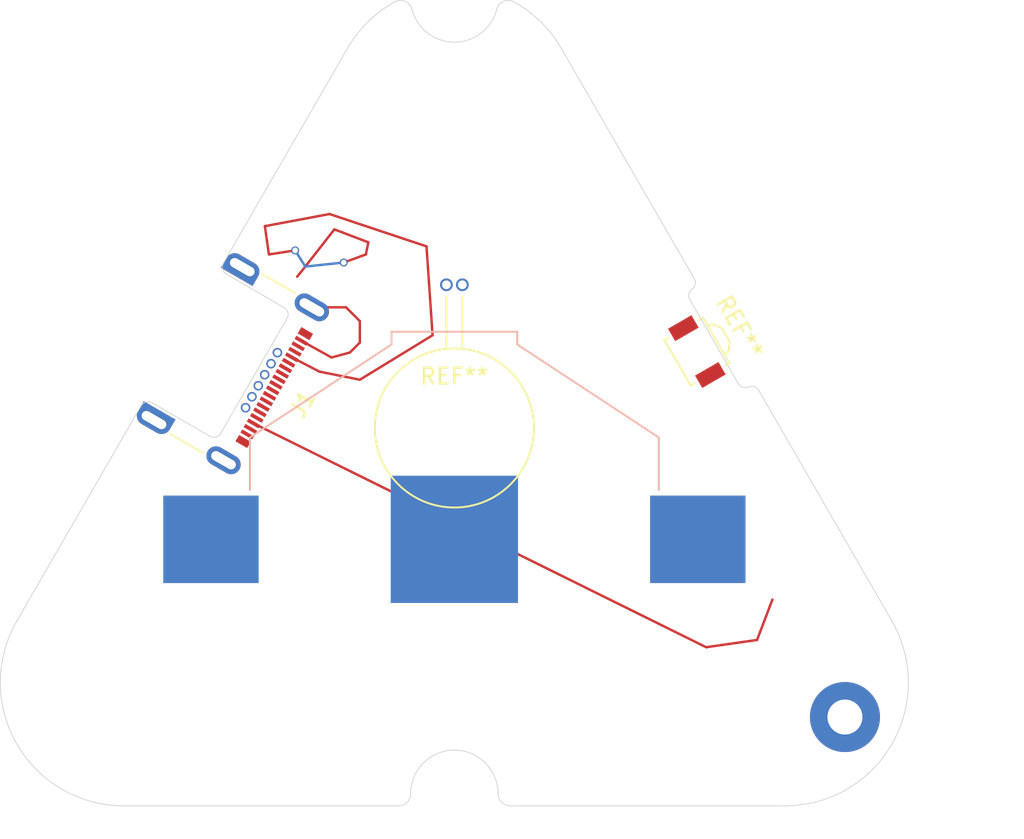
<source format=kicad_pcb>
(kicad_pcb (version 20190331) (host pcbnew "6.0.0-unknown-f1a38a6~86~ubuntu18.04.1")

  (general
    (thickness 0.8)
    (drawings 35)
    (tracks 27)
    (modules 5)
    (nets 2)
  )

  (page "A4")
  (layers
    (0 "F.Cu" signal)
    (31 "B.Cu" signal)
    (34 "B.Paste" user)
    (35 "F.Paste" user)
    (36 "B.SilkS" user)
    (37 "F.SilkS" user)
    (38 "B.Mask" user)
    (39 "F.Mask" user)
    (40 "Dwgs.User" user)
    (41 "Cmts.User" user)
    (44 "Edge.Cuts" user)
    (45 "Margin" user)
    (46 "B.CrtYd" user)
    (47 "F.CrtYd" user)
    (48 "B.Fab" user)
    (49 "F.Fab" user)
  )

  (setup
    (last_trace_width 0.1525)
    (trace_clearance 0.1)
    (zone_clearance 0.508)
    (zone_45_only no)
    (trace_min 0.15)
    (via_size 0.5)
    (via_drill 0.34)
    (via_min_size 0.3)
    (via_min_drill 0.3)
    (uvia_size 0.3)
    (uvia_drill 0.1)
    (uvias_allowed no)
    (uvia_min_size 0.2)
    (uvia_min_drill 0.1)
    (edge_width 0.05)
    (segment_width 0.2)
    (pcb_text_width 0.3)
    (pcb_text_size 1.5 1.5)
    (mod_edge_width 0.12)
    (mod_text_size 1 1)
    (mod_text_width 0.15)
    (pad_size 0.23 0.85)
    (pad_drill 0)
    (pad_to_mask_clearance 0)
    (aux_axis_origin 151.61114 108.125)
    (visible_elements FFFFFF7F)
    (pcbplotparams
      (layerselection 0x010fc_ffffffff)
      (usegerberextensions false)
      (usegerberattributes false)
      (usegerberadvancedattributes false)
      (creategerberjobfile false)
      (excludeedgelayer true)
      (linewidth 0.050000)
      (plotframeref false)
      (viasonmask false)
      (mode 1)
      (useauxorigin false)
      (hpglpennumber 1)
      (hpglpenspeed 20)
      (hpglpendiameter 15.000000)
      (psnegative false)
      (psa4output false)
      (plotreference true)
      (plotvalue true)
      (plotinvisibletext false)
      (padsonsilk false)
      (subtractmaskfromsilk false)
      (outputformat 1)
      (mirror false)
      (drillshape 1)
      (scaleselection 1)
      (outputdirectory ""))
  )

  (net 0 "")
  (net 1 "Net-(J1-PadSH)")

  (net_class "Default" "This is the default net class."
    (clearance 0.1)
    (trace_width 0.1525)
    (via_dia 0.5)
    (via_drill 0.34)
    (uvia_dia 0.3)
    (uvia_drill 0.1)
    (add_net "Net-(J1-PadSH)")
  )

  (net_class "POWER" ""
    (clearance 0.5)
    (trace_width 0.5)
    (via_dia 0.5)
    (via_drill 0.34)
    (uvia_dia 0.3)
    (uvia_drill 0.1)
  )

  (net_class "SIGNAL" ""
    (clearance 0.1525)
    (trace_width 0.1525)
    (via_dia 0.5)
    (via_drill 0.34)
    (uvia_dia 0.3)
    (uvia_drill 0.1)
  )

  (module "0_stimulu-common:vibrating_motor_adafruit" locked (layer "F.Cu") (tedit 5CD2C5F5) (tstamp 5CD2261B)
    (at 151.61114 104.125 180)
    (fp_text reference "REF**" (at 0 3.25) (layer "F.SilkS")
      (effects (font (size 1 1) (thickness 0.15)))
    )
    (fp_text value "vibrating_motor_adafruit" (at 0 -0.5) (layer "F.Fab")
      (effects (font (size 1 1) (thickness 0.15)))
    )
    (fp_line (start 0.5 8.25) (end 0.5 5) (layer "F.SilkS") (width 0.12))
    (fp_line (start -0.5 8.25) (end -0.5 5) (layer "F.SilkS") (width 0.12))
    (fp_circle (center 0 0) (end 3 -4) (layer "F.SilkS") (width 0.12))
    (fp_circle (center 0 0) (end 5 0) (layer "F.Fab") (width 0.12))
    (fp_circle (center 0 0) (end 6 0) (layer "F.CrtYd") (width 0.05))
    (pad "2" thru_hole circle (at 0.5 9 180) (size 0.8 0.8) (drill 0.55) (layers *.Cu *.Mask))
    (pad "1" thru_hole circle (at -0.5 9 180) (size 0.8 0.8) (drill 0.55) (layers *.Cu *.Mask))
    (model "${KIPRJMOD}/../libs/3d-shapes/8449.STEP"
      (offset (xyz 0 0 2.76))
      (scale (xyz 1 1 1))
      (rotate (xyz 180 0 -90))
    )
  )

  (module "Battery:BatteryHolder_Keystone_3008_1x2450" (layer "B.Cu") (tedit 5C7863C5) (tstamp 5CD226E6)
    (at 151.61114 111.125 180)
    (descr "http://www.keyelco.com/product-pdf.cfm?p=786")
    (tags "Keystone type 3008 coin cell retainer")
    (attr smd)
    (fp_text reference "BT1" (at 0 11.3 180) (layer "B.SilkS") hide
      (effects (font (size 0.7 0.7) (thickness 0.1)) (justify mirror))
    )
    (fp_text value "Battery" (at 0 -14.000001 180) (layer "B.Fab")
      (effects (font (size 0.7 0.7) (thickness 0.1)) (justify mirror))
    )
    (fp_line (start -3.8 12.9) (end 3.8 12.9) (layer "B.Fab") (width 0.1))
    (fp_line (start 3.8 12.9) (end 3.8 12.2) (layer "B.Fab") (width 0.1))
    (fp_line (start -3.8 12.9) (end -3.8 12.2) (layer "B.Fab") (width 0.1))
    (fp_line (start -12.7 6.35) (end -12.7 -7.3) (layer "B.Fab") (width 0.1))
    (fp_line (start -3.8 12.2) (end -12.7 6.35) (layer "B.Fab") (width 0.1))
    (fp_line (start 12.7 6.35) (end 12.7 -7.3) (layer "B.Fab") (width 0.1))
    (fp_line (start 3.8 12.2) (end 12.7 6.35) (layer "B.Fab") (width 0.1))
    (fp_line (start -12.85 6.4) (end -12.85 3.1) (layer "B.SilkS") (width 0.12))
    (fp_line (start -3.95 12.25) (end -12.85 6.4) (layer "B.SilkS") (width 0.12))
    (fp_line (start -3.95 13.05) (end -3.95 12.25) (layer "B.SilkS") (width 0.12))
    (fp_line (start -3.95 13.05) (end 3.95 13.05) (layer "B.SilkS") (width 0.12))
    (fp_line (start 3.95 13.05) (end 3.95 12.25) (layer "B.SilkS") (width 0.12))
    (fp_line (start 3.95 12.25) (end 12.85 6.4) (layer "B.SilkS") (width 0.12))
    (fp_line (start 12.85 6.4) (end 12.85 3.1) (layer "B.SilkS") (width 0.12))
    (fp_line (start -13.35 6.7) (end -13.35 3.25) (layer "B.CrtYd") (width 0.05))
    (fp_line (start -13.35 3.25) (end -18.8 3.25) (layer "B.CrtYd") (width 0.05))
    (fp_line (start -13.35 -3.25) (end -13.35 -7.3) (layer "B.CrtYd") (width 0.05))
    (fp_line (start -18.8 -3.25) (end -13.35 -3.25) (layer "B.CrtYd") (width 0.05))
    (fp_line (start -18.8 3.25) (end -18.8 -3.25) (layer "B.CrtYd") (width 0.05))
    (fp_line (start -4.45 12.55) (end -13.35 6.7) (layer "B.CrtYd") (width 0.05))
    (fp_line (start 13.35 3.25) (end 18.8 3.25) (layer "B.CrtYd") (width 0.05))
    (fp_line (start 18.8 3.25) (end 18.8 -3.25) (layer "B.CrtYd") (width 0.05))
    (fp_line (start 18.8 -3.25) (end 13.35 -3.25) (layer "B.CrtYd") (width 0.05))
    (fp_line (start 13.35 6.7) (end 13.35 3.25) (layer "B.CrtYd") (width 0.05))
    (fp_line (start 4.45 12.55) (end 13.35 6.7) (layer "B.CrtYd") (width 0.05))
    (fp_line (start -4.45 13.55) (end -4.45 12.55) (layer "B.CrtYd") (width 0.05))
    (fp_line (start -4.45 13.55) (end 4.45 13.55) (layer "B.CrtYd") (width 0.05))
    (fp_line (start 4.45 13.55) (end 4.45 12.55) (layer "B.CrtYd") (width 0.05))
    (fp_circle (center 0 0) (end 12.25 0) (layer "Dwgs.User") (width 0.15))
    (fp_arc (start -10.15 -7.25) (end -10.15 -9.8) (angle -90) (layer "B.Fab") (width 0.1))
    (fp_arc (start 10.15 -7.25) (end 10.15 -9.8) (angle 90) (layer "B.Fab") (width 0.1))
    (fp_line (start 13.35 -3.25) (end 13.35 -7.3) (layer "B.CrtYd") (width 0.05))
    (fp_line (start -12.85 -3.1) (end -12.85 -7.3) (layer "B.Fab") (width 0.12))
    (fp_line (start 12.85 -3.1) (end 12.85 -7.3) (layer "B.Fab") (width 0.12))
    (fp_arc (start 10.15 -7.25) (end 10.15 -9.95) (angle 90) (layer "B.CrtYd") (width 0.12))
    (fp_arc (start -10.15 -7.25) (end -10.15 -9.95) (angle -90) (layer "B.Fab") (width 0.12))
    (fp_arc (start 0 -21) (end -9.6 -9.58) (angle -80) (layer "B.Fab") (width 0.1))
    (fp_arc (start -10.15 -9) (end -10.15 -9.8) (angle 45) (layer "B.Fab") (width 0.1))
    (fp_arc (start 10.15 -9) (end 10.15 -9.8) (angle -45) (layer "B.Fab") (width 0.1))
    (fp_arc (start -10.15 -9) (end -10.15 -9.95) (angle 45) (layer "B.Fab") (width 0.12))
    (fp_arc (start 10.15 -9) (end 10.15 -9.95) (angle -45) (layer "B.Fab") (width 0.12))
    (fp_arc (start 0 -21) (end -9.55 -9.73) (angle -80) (layer "B.Fab") (width 0.12))
    (fp_arc (start -10.15 -7.25) (end -10.15 -10.45) (angle -90) (layer "B.CrtYd") (width 0.05))
    (fp_arc (start 10.15 -7.25) (end 10.15 -10.45) (angle 90) (layer "B.CrtYd") (width 0.05))
    (fp_arc (start -10.15 -9) (end -10.15 -10.45) (angle 45) (layer "B.CrtYd") (width 0.05))
    (fp_arc (start 10.15 -9) (end 10.15 -10.45) (angle -45) (layer "B.CrtYd") (width 0.05))
    (fp_arc (start 0 -21) (end -9.15 -10.05) (angle -3.2) (layer "B.CrtYd") (width 0.05))
    (fp_arc (start 0 0) (end 0 -12.8) (angle -41.7) (layer "B.CrtYd") (width 0.05))
    (fp_arc (start 0 -21) (end 9.15 -10.05) (angle 3.2) (layer "B.CrtYd") (width 0.05))
    (fp_arc (start 0 0) (end 0 -12.8) (angle 41.7) (layer "B.CrtYd") (width 0.05))
    (fp_text user "%R" (at 0 0 180) (layer "B.Fab")
      (effects (font (size 0.7 0.7) (thickness 0.1)) (justify mirror))
    )
    (pad "2" smd rect (at 0 0 180) (size 8 8) (layers "B.Cu" "B.Mask"))
    (pad "1" smd rect (at 15.3 0 180) (size 6 5.5) (layers "B.Cu" "B.Paste" "B.Mask"))
    (pad "1" smd rect (at -15.3 0 180) (size 6 5.5) (layers "B.Cu" "B.Paste" "B.Mask"))
    (model "${KISYS3DMOD}/Battery.3dshapes/BatteryHolder_Keystone_3008_1x2450.wrl"
      (at (xyz 0 0 0))
      (scale (xyz 1 1 1))
      (rotate (xyz 0 0 0))
    )
  )

  (module "Button_Switch_SMD:SW_SPST_B3U-3000P-B" (layer "F.Cu") (tedit 5CD2C994) (tstamp 5CD20DFB)
    (at 166.85114 99.325 300)
    (descr "Ultra-small-sized Tactile Switch with High Contact Reliability, Side-actuated Model, without Ground Terminal, with Boss")
    (tags "Tactile Switch")
    (attr smd)
    (fp_text reference "REF**" (at 0 -3.1 120) (layer "F.SilkS")
      (effects (font (size 1 1) (thickness 0.15)))
    )
    (fp_text value "SW_SPST_B3U-3000P-B" (at 0 2.5 120) (layer "F.Fab")
      (effects (font (size 1 1) (thickness 0.15)))
    )
    (fp_line (start -1.5 1.25) (end -1.5 -1.25) (layer "F.Fab") (width 0.1))
    (fp_line (start 1.5 1.25) (end -1.5 1.25) (layer "F.Fab") (width 0.1))
    (fp_line (start 1.5 -1.25) (end 1.5 1.25) (layer "F.Fab") (width 0.1))
    (fp_line (start -1.5 -1.25) (end 1.5 -1.25) (layer "F.Fab") (width 0.1))
    (fp_line (start 1.65 -1.4) (end 1.65 -1.1) (layer "F.SilkS") (width 0.12))
    (fp_line (start -1.65 -1.4) (end 1.65 -1.4) (layer "F.SilkS") (width 0.12))
    (fp_line (start -1.65 -1.1) (end -1.65 -1.4) (layer "F.SilkS") (width 0.12))
    (fp_line (start 1.65 1.4) (end 1.65 1.1) (layer "F.SilkS") (width 0.12))
    (fp_line (start -1.65 1.1) (end -1.65 1.4) (layer "F.SilkS") (width 0.12))
    (fp_line (start -2.4 -1.65) (end -2.4 1.65) (layer "F.CrtYd") (width 0.05))
    (fp_line (start -1.25 -1.65) (end -2.4 -1.65) (layer "F.CrtYd") (width 0.05))
    (fp_line (start 2.4 1.65) (end 2.4 -1.65) (layer "F.CrtYd") (width 0.05))
    (fp_line (start -2.4 1.65) (end 2.4 1.65) (layer "F.CrtYd") (width 0.05))
    (fp_line (start -1.65 1.4) (end 1.65 1.4) (layer "F.SilkS") (width 0.12))
    (fp_line (start 0.85 -1.65) (end 0.85 -1.25) (layer "F.Fab") (width 0.1))
    (fp_line (start 0.45 -1.95) (end 0.85 -1.65) (layer "F.Fab") (width 0.1))
    (fp_line (start -0.45 -1.95) (end 0.45 -1.95) (layer "F.Fab") (width 0.1))
    (fp_line (start -0.85 -1.65) (end -0.45 -1.95) (layer "F.Fab") (width 0.1))
    (fp_line (start -0.85 -1.25) (end -0.85 -1.65) (layer "F.Fab") (width 0.1))
    (fp_line (start 1 -1.72) (end 1 -1.4) (layer "F.SilkS") (width 0.12))
    (fp_line (start 0.5 -2.1) (end 1 -1.72) (layer "F.SilkS") (width 0.12))
    (fp_line (start -0.5 -2.1) (end 0.5 -2.1) (layer "F.SilkS") (width 0.12))
    (fp_line (start -1 -1.72) (end -1 -1.4) (layer "F.SilkS") (width 0.12))
    (fp_line (start -0.5 -2.1) (end -1 -1.72) (layer "F.SilkS") (width 0.12))
    (fp_line (start 1.25 -1.65) (end 2.4 -1.65) (layer "F.CrtYd") (width 0.05))
    (fp_line (start 1.25 -2.35) (end 1.25 -1.65) (layer "F.CrtYd") (width 0.05))
    (fp_line (start -1.25 -2.35) (end 1.25 -2.35) (layer "F.CrtYd") (width 0.05))
    (fp_line (start -1.25 -1.65) (end -1.25 -2.35) (layer "F.CrtYd") (width 0.05))
    (fp_text user "%R" (at 0 -3.1 120) (layer "F.Fab")
      (effects (font (size 1 1) (thickness 0.15)))
    )
    (pad "" np_thru_hole circle (at 0 0 300) (size 0.8 0.8) (drill 0.8) (layers *.Cu *.Mask))
    (pad "2" smd rect (at 1.7 0 300) (size 0.9 1.7) (layers "F.Cu" "F.Paste" "F.Mask"))
    (pad "1" smd rect (at -1.7 0 300) (size 0.9 1.7) (layers "F.Cu" "F.Paste" "F.Mask")
      (net 1 "Net-(J1-PadSH)"))
    (model "${KIPRJMOD}/../libs/3d-shapes/B3U_3000P_B.step"
      (at (xyz 0 0 0))
      (scale (xyz 1 1 1))
      (rotate (xyz -90 0 0))
    )
  )

  (module "0_stimulu-common:USB-C_Female_CX70M-24P1" (layer "F.Cu") (tedit 5CD2C9AB) (tstamp 5CD1E799)
    (at 139.488429 101.123441 240)
    (path "/5CD1A6BE")
    (fp_text reference "J1" (at 0 -2.99 60) (layer "F.SilkS")
      (effects (font (size 1 1) (thickness 0.15)))
    )
    (fp_text value "CX70M-24P1" (at 0 8.636 60) (layer "F.Fab")
      (effects (font (size 1 1) (thickness 0.15)))
    )
    (fp_text user "PCB cut-out" (at 6.604 7.62 240 unlocked) (layer "Cmts.User")
      (effects (font (size 0.4 0.4) (thickness 0.08)))
    )
    (fp_text user "PCB cut-out" (at -6.604 7.62 240 unlocked) (layer "Cmts.User")
      (effects (font (size 0.4 0.4) (thickness 0.08)))
    )
    (fp_text user "PCB cut-out" (at -4.064 3.556 330 unlocked) (layer "Cmts.User")
      (effects (font (size 0.4 0.4) (thickness 0.08)))
    )
    (fp_text user "PCB cut-out" (at 4.064 3.556 150 unlocked) (layer "Cmts.User")
      (effects (font (size 0.4 0.4) (thickness 0.08)))
    )
    (fp_text user "PCB cut-out" (at 0 1.016 60) (layer "Cmts.User")
      (effects (font (size 0.4 0.4) (thickness 0.08)))
    )
    (fp_line (start -4.67 7.2) (end -10 7.2) (layer "Cmts.User") (width 0.05))
    (fp_line (start 4.67 7.2) (end 10 7.2) (layer "Cmts.User") (width 0.05))
    (fp_line (start 4.67 0.55) (end 4.67 7.2) (layer "Cmts.User") (width 0.05))
    (fp_line (start -4.67 0.55) (end -4.67 7.2) (layer "Cmts.User") (width 0.05))
    (fp_line (start -4.67 0.55) (end 4.67 0.55) (layer "Cmts.User") (width 0.05))
    (fp_line (start 6.4 7.25) (end -6.4 7.25) (layer "F.CrtYd") (width 0.05))
    (fp_line (start -6.4 -1.85) (end -6.4 7.25) (layer "F.CrtYd") (width 0.05))
    (fp_line (start 6.4 -1.85) (end 6.4 7.25) (layer "F.CrtYd") (width 0.05))
    (fp_line (start 6.4 -1.85) (end -6.4 -1.85) (layer "F.CrtYd") (width 0.05))
    (fp_text user "%R" (at 0 3.1 60) (layer "F.Fab")
      (effects (font (size 1 1) (thickness 0.15)))
    )
    (fp_line (start -5.8 0.9) (end -5.8 3.3) (layer "F.SilkS") (width 0.1))
    (fp_line (start 5.8 0.9) (end 5.8 3.3) (layer "F.SilkS") (width 0.1))
    (fp_line (start -5.7 7) (end 5.7 7) (layer "F.Fab") (width 0.1))
    (fp_line (start 5.7 -1.35) (end 5.7 7) (layer "F.Fab") (width 0.1))
    (fp_line (start -5.7 -1.35) (end -5.7 7) (layer "F.Fab") (width 0.1))
    (fp_line (start -5.7 -1.35) (end 5.7 -1.35) (layer "F.Fab") (width 0.1))
    (pad "SH" smd rect (at 5.17 5.62 240) (size 0.65 0.26) (layers "F.Cu" "F.Paste" "F.Mask")
      (net 1 "Net-(J1-PadSH)"))
    (pad "SH" smd rect (at 5.17 3.58 240) (size 0.65 0.26) (layers "F.Cu" "F.Paste" "F.Mask")
      (net 1 "Net-(J1-PadSH)"))
    (pad "SH" smd rect (at 4.97 4.6 240) (size 0.25 2.3) (layers "F.Cu" "F.Paste" "F.Mask")
      (net 1 "Net-(J1-PadSH)"))
    (pad "SH" smd rect (at -5.22 5.62 240) (size 0.65 0.26) (layers "F.Cu" "F.Paste" "F.Mask")
      (net 1 "Net-(J1-PadSH)"))
    (pad "B12" smd rect (at -3.399999 -0.925 240) (size 0.23 0.85) (layers "F.Cu" "F.Paste" "F.Mask")
      (net 1 "Net-(J1-PadSH)"))
    (pad "B9" thru_hole circle (at -2 0 240) (size 0.6 0.6) (drill 0.4) (layers *.Cu *.Mask))
    (pad "B8" thru_hole circle (at -1.2 0 240) (size 0.6 0.6) (drill 0.4) (layers *.Cu *.Mask))
    (pad "B7" thru_hole circle (at -0.4 0 240) (size 0.6 0.6) (drill 0.4) (layers *.Cu *.Mask))
    (pad "B6" thru_hole circle (at 0.4 0 240) (size 0.6 0.6) (drill 0.4) (layers *.Cu *.Mask))
    (pad "B5" thru_hole circle (at 1.2 0 240) (size 0.6 0.6) (drill 0.4) (layers *.Cu *.Mask))
    (pad "B4" thru_hole circle (at 2 0 240) (size 0.6 0.6) (drill 0.4) (layers *.Cu *.Mask))
    (pad "" smd rect (at -3.915 -0.925 240) (size 0.46 0.85) (layers "F.Cu" "F.Paste" "F.Mask"))
    (pad "B11" smd rect (at -3 -0.925 240) (size 0.23 0.85) (layers "F.Cu" "F.Paste" "F.Mask"))
    (pad "B10" smd rect (at -2.6 -0.925 240) (size 0.23 0.85) (layers "F.Cu" "F.Paste" "F.Mask"))
    (pad "A1" smd rect (at -2.2 -0.925 240) (size 0.23 0.85) (layers "F.Cu" "F.Paste" "F.Mask"))
    (pad "A2" smd rect (at -1.8 -0.925 240) (size 0.23 0.85) (layers "F.Cu" "F.Paste" "F.Mask"))
    (pad "A3" smd rect (at -1.4 -0.925 240) (size 0.23 0.85) (layers "F.Cu" "F.Paste" "F.Mask"))
    (pad "A4" smd rect (at -1 -0.925 240) (size 0.23 0.85) (layers "F.Cu" "F.Paste" "F.Mask"))
    (pad "A5" smd rect (at -0.6 -0.925 240) (size 0.23 0.85) (layers "F.Cu" "F.Paste" "F.Mask"))
    (pad "A6" smd rect (at -0.2 -0.925 240) (size 0.23 0.85) (layers "F.Cu" "F.Paste" "F.Mask"))
    (pad "A7" smd rect (at 0.2 -0.925 240) (size 0.23 0.85) (layers "F.Cu" "F.Paste" "F.Mask"))
    (pad "A8" smd rect (at 0.6 -0.925 240) (size 0.23 0.85) (layers "F.Cu" "F.Paste" "F.Mask"))
    (pad "A9" smd rect (at 1 -0.925 240) (size 0.23 0.85) (layers "F.Cu" "F.Paste" "F.Mask"))
    (pad "A10" smd rect (at 1.4 -0.925 240) (size 0.23 0.85) (layers "F.Cu" "F.Paste" "F.Mask"))
    (pad "A11" smd rect (at 1.8 -0.925 240) (size 0.23 0.85) (layers "F.Cu" "F.Paste" "F.Mask"))
    (pad "A12" smd rect (at 2.2 -0.925 240) (size 0.23 0.85) (layers "F.Cu" "F.Paste" "F.Mask"))
    (pad "B3" smd rect (at 2.6 -0.925 240) (size 0.23 0.85) (layers "F.Cu" "F.Paste" "F.Mask"))
    (pad "B2" smd rect (at 3 -0.925 240) (size 0.23 0.85) (layers "F.Cu" "F.Paste" "F.Mask"))
    (pad "B1" smd rect (at 3.4 -0.925 240) (size 0.23 0.85) (layers "F.Cu" "F.Paste" "F.Mask"))
    (pad "" smd rect (at 3.915 -0.925 240) (size 0.46 0.85) (layers "F.Cu" "F.Paste" "F.Mask"))
    (pad "SH" thru_hole oval (at -5.55 -0.45 240) (size 1.2 2.3) (drill oval 0.6 1.7) (layers *.Cu *.Mask)
      (net 1 "Net-(J1-PadSH)"))
    (pad "SH" thru_hole oval (at 5.55 -0.45 240) (size 1.2 2.3) (drill oval 0.6 1.7) (layers *.Cu *.Mask)
      (net 1 "Net-(J1-PadSH)"))
    (pad "SH" thru_hole oval (at -5.55 4.6 240) (size 1.2 2.3) (drill oval 0.6 1.7) (layers *.Cu *.Mask)
      (net 1 "Net-(J1-PadSH)"))
    (pad "SH" thru_hole oval (at 5.55 4.6 240) (size 1.2 2.3) (drill oval 0.6 1.7) (layers *.Cu *.Mask)
      (net 1 "Net-(J1-PadSH)"))
    (pad "SH" smd rect (at -4.97 4.6 240) (size 0.25 2.3) (layers "F.Cu" "F.Paste" "F.Mask")
      (net 1 "Net-(J1-PadSH)"))
    (pad "SH" smd rect (at -5.22 3.58 240) (size 0.65 0.26) (layers "F.Cu" "F.Paste" "F.Mask")
      (net 1 "Net-(J1-PadSH)"))
    (pad "SH" smd rect (at -4.97 4.6 240) (size 0.25 2.3) (layers "B.Cu" "B.Paste" "B.Mask")
      (net 1 "Net-(J1-PadSH)"))
    (pad "SH" smd rect (at -5.22 3.58 240) (size 0.65 0.26) (layers "B.Cu" "B.Paste" "B.Mask")
      (net 1 "Net-(J1-PadSH)"))
    (pad "SH" smd rect (at -5.22 5.62 240) (size 0.65 0.26) (layers "B.Cu" "B.Paste" "B.Mask")
      (net 1 "Net-(J1-PadSH)"))
    (pad "SH" smd rect (at 4.97 4.6 240) (size 0.25 2.3) (layers "B.Cu" "B.Paste" "B.Mask")
      (net 1 "Net-(J1-PadSH)"))
    (pad "SH" smd rect (at 5.17 5.62 240) (size 0.65 0.26) (layers "B.Cu" "B.Paste" "B.Mask")
      (net 1 "Net-(J1-PadSH)"))
    (pad "SH" smd rect (at 5.17 3.58 240) (size 0.65 0.26) (layers "B.Cu" "B.Paste" "B.Mask")
      (net 1 "Net-(J1-PadSH)"))
    (model "${KIPRJMOD}/../libs/3d-shapes/CX_4800304000.stp"
      (offset (xyz 20 17.6 -0.4))
      (scale (xyz 1 1 1))
      (rotate (xyz -90 0 0))
    )
  )

  (module "MountingHole:MountingHole_2.2mm_M2_Pad" locked (layer "F.Cu") (tedit 56D1B4CB) (tstamp 5CD08FC7)
    (at 176.16114 122.295)
    (descr "Mounting Hole 2.2mm, M2")
    (tags "mounting hole 2.2mm m2")
    (attr virtual)
    (fp_text reference "REF**" (at 0 -3.2) (layer "F.SilkS") hide
      (effects (font (size 1 1) (thickness 0.15)))
    )
    (fp_text value "MountingHole_2.2mm_M2_Pad" (at 0 6.83) (layer "F.Fab")
      (effects (font (size 1 1) (thickness 0.15)))
    )
    (fp_circle (center 0 0) (end 2.45 0) (layer "F.CrtYd") (width 0.05))
    (fp_circle (center 0 0) (end 2.2 0) (layer "Cmts.User") (width 0.15))
    (fp_text user "%R" (at 2 1) (layer "F.Fab")
      (effects (font (size 1 1) (thickness 0.15)))
    )
    (pad "1" thru_hole circle (at 0 0) (size 4.4 4.4) (drill 2.2) (layers *.Cu *.Mask))
  )

  (gr_line (start 179.107446 116.25) (end 170.737635 101.753062) (layer "Edge.Cuts") (width 0.05) (tstamp 5CD03556))
  (gr_circle (center 166.853187 99.325) (end 167.178187 99.325) (layer "Dwgs.User") (width 0.05) (tstamp 5CD03559))
  (gr_line (start 155.11114 127.875) (end 172.395749 127.875) (layer "Edge.Cuts") (width 0.05) (tstamp 5CD0355C))
  (gr_arc (start 140.662458 96.988675) (end 141.095471 97.238675) (angle -90) (layer "Edge.Cuts") (width 0.05) (tstamp 5CD0355F))
  (gr_arc (start 151.61114 84.125) (end 147.859188 77.343751) (angle -31.04497563) (layer "Edge.Cuts") (width 0.05) (tstamp 5CD03562))
  (gr_arc (start 148.22228 78) (end 148.948464 77.812501) (angle -104.4775122) (layer "Edge.Cuts") (width 0.05) (tstamp 5CD03565))
  (gr_arc (start 166.843731 95.808623) (end 166.551683 95.402781) (angle -84.26082952) (layer "Edge.Cuts") (width 0.05) (tstamp 5CD03568))
  (gr_arc (start 166.259635 94.996939) (end 166.551683 95.402781) (angle -84.26082952) (layer "Edge.Cuts") (width 0.05) (tstamp 5CD0356E))
  (gr_arc (start 151.61114 77.125) (end 148.948464 77.8125) (angle -151.0449756) (layer "Edge.Cuts") (width 0.05) (tstamp 5CD03571))
  (gr_arc (start 151.61114 84.125) (end 158.322836 80.25) (angle -31.04497563) (layer "Edge.Cuts") (width 0.05) (tstamp 5CD03574))
  (gr_line (start 166.692648 94.746939) (end 158.322836 80.25) (layer "Edge.Cuts") (width 0.05) (tstamp 5CD03577))
  (gr_line (start 130.826531 127.875) (end 148.11114 127.875) (layer "Edge.Cuts") (width 0.05) (tstamp 5CD0357A))
  (gr_arc (start 132.355151 102.977352) (end 132.605151 102.544339) (angle -90) (layer "Edge.Cuts") (width 0.05) (tstamp 5CD0357D))
  (gr_line (start 131.922139 102.727352) (end 124.114834 116.25) (layer "Edge.Cuts") (width 0.05) (tstamp 5CD03580))
  (gr_arc (start 170.304622 102.003062) (end 170.737635 101.753062) (angle -84.26082952) (layer "Edge.Cuts") (width 0.05) (tstamp 5CD03583))
  (gr_line (start 144.899444 80.25) (end 137.092139 93.772649) (layer "Edge.Cuts") (width 0.05) (tstamp 5CD03586))
  (gr_arc (start 136.492458 104.211326) (end 136.242458 104.644339) (angle -90) (layer "Edge.Cuts") (width 0.05) (tstamp 5CD03589))
  (gr_arc (start 155.11114 127.125) (end 154.36114 127.125) (angle -90) (layer "Edge.Cuts") (width 0.05) (tstamp 5CD0358C))
  (gr_line (start 140.912458 96.555662) (end 137.275151 94.455662) (layer "Edge.Cuts") (width 0.05) (tstamp 5CD0358F))
  (gr_arc (start 172.395749 120.125) (end 172.395749 127.875) (angle -120) (layer "Edge.Cuts") (width 0.05) (tstamp 5CD03592))
  (gr_line (start 166.410718 96.058623) (end 169.460718 101.341378) (layer "Edge.Cuts") (width 0.05) (tstamp 5CD03595))
  (gr_arc (start 169.893731 101.091378) (end 169.460718 101.341378) (angle -84.26082952) (layer "Edge.Cuts") (width 0.05) (tstamp 5CD03598))
  (gr_arc (start 148.11114 127.125) (end 148.11114 127.875) (angle -90) (layer "Edge.Cuts") (width 0.05) (tstamp 5CD0359B))
  (gr_line (start 132.605151 102.544339) (end 136.242458 104.644339) (layer "Edge.Cuts") (width 0.05) (tstamp 5CD0359E))
  (gr_line (start 136.925471 104.461326) (end 141.095471 97.238675) (layer "Edge.Cuts") (width 0.05) (tstamp 5CD035A1))
  (gr_arc (start 137.525151 94.022649) (end 137.092139 93.772649) (angle -90) (layer "Edge.Cuts") (width 0.05) (tstamp 5CD035A4))
  (gr_arc (start 130.826531 120.125) (end 124.114834 116.25) (angle -120) (layer "Edge.Cuts") (width 0.05) (tstamp 5CD035A7))
  (gr_arc (start 151.61114 127.125) (end 154.36114 127.125) (angle -180) (layer "Edge.Cuts") (width 0.05) (tstamp 5CD035AA))
  (gr_arc (start 155 78) (end 155.363092 77.343751) (angle -104.4775122) (layer "Edge.Cuts") (width 0.05) (tstamp 5CD035B0))
  (gr_line (start 151.61114 108.125) (end 152.61114 109.125) (layer "F.Fab") (width 0.15))
  (gr_line (start 151.61114 108.125) (end 150.61114 109.125) (layer "F.Fab") (width 0.15))
  (gr_line (start 151.61114 108.125) (end 152.61114 107.125) (layer "F.Fab") (width 0.15))
  (gr_line (start 151.61114 108.125) (end 150.61114 107.125) (layer "F.Fab") (width 0.15))
  (gr_circle (center 151.61114 108.125) (end 152.11114 108.125) (layer "F.Fab") (width 0.05) (tstamp 5CD0356B))
  (gr_circle (center 176.15881 122.297603) (end 179.15881 122.125) (layer "Dwgs.User") (width 0.05) (tstamp 5CD08FB6))

  (segment (start 167.4368 117.9068) (end 170.6372 117.4496) (width 0.1525) (layer "F.Cu") (net 0))
  (segment (start 170.6372 117.4496) (end 171.6024 114.9096) (width 0.1525) (layer "F.Cu") (net 0))
  (segment (start 138.989502 103.837607) (end 167.4368 117.9068) (width 0.1525) (layer "F.Cu") (net 0))
  (segment (start 146.2024 92.456) (end 144.0688 91.6432) (width 0.1525) (layer "F.Cu") (net 0))
  (via (at 144.653 93.726) (size 0.5) (drill 0.34) (layers "F.Cu" "B.Cu") (net 0))
  (segment (start 143.129 100.584) (end 145.669 101.092) (width 0.1525) (layer "F.Cu") (net 0))
  (segment (start 145.669 101.092) (end 150.241 98.298) (width 0.1525) (layer "F.Cu") (net 0))
  (segment (start 150.241 98.298) (end 149.86 92.71) (width 0.1525) (layer "F.Cu") (net 0))
  (segment (start 139.7 91.44) (end 139.954 93.218) (width 0.1525) (layer "F.Cu") (net 0))
  (segment (start 143.764 90.678) (end 139.7 91.44) (width 0.1525) (layer "F.Cu") (net 0))
  (via (at 141.605 92.964) (size 0.5) (drill 0.34) (layers "F.Cu" "B.Cu") (net 0))
  (segment (start 149.86 92.71) (end 143.764 90.678) (width 0.1525) (layer "F.Cu") (net 0))
  (segment (start 144.653 93.726) (end 146.05 93.218) (width 0.1525) (layer "F.Cu") (net 0))
  (segment (start 146.05 93.218) (end 146.2024 92.456) (width 0.1525) (layer "F.Cu") (net 0))
  (segment (start 141.389502 99.680685) (end 143.129 100.584) (width 0.1525) (layer "F.Cu") (net 0))
  (segment (start 139.954 93.218) (end 141.605 92.964) (width 0.1525) (layer "F.Cu") (net 0))
  (segment (start 141.605 92.964) (end 142.24 93.98) (width 0.1525) (layer "B.Cu") (net 0))
  (segment (start 142.24 93.98) (end 144.653 93.726) (width 0.1525) (layer "B.Cu") (net 0))
  (segment (start 144.0688 91.6432) (end 142.24 93.98) (width 0.1525) (layer "F.Cu") (net 0))
  (segment (start 142.24 93.98) (end 141.732 94.615) (width 0.1525) (layer "F.Cu") (net 0))
  (segment (start 144.802 96.542) (end 142.65314 96.542) (width 0.1525) (layer "F.Cu") (net 1))
  (segment (start 141.989502 98.641455) (end 143.891 99.695) (width 0.1525) (layer "F.Cu") (net 1))
  (segment (start 143.891 99.695) (end 145.046809 99.379779) (width 0.1525) (layer "F.Cu") (net 1))
  (segment (start 145.669 98.757588) (end 145.669 97.409) (width 0.1525) (layer "F.Cu") (net 1))
  (segment (start 145.046809 99.379779) (end 145.669 98.757588) (width 0.1525) (layer "F.Cu") (net 1))
  (segment (start 145.669 97.409) (end 144.802 96.542) (width 0.1525) (layer "F.Cu") (net 1))
  (segment (start 142.075455 98.641455) (end 141.989502 98.641455) (width 0.1525) (layer "F.Cu") (net 1))

)

</source>
